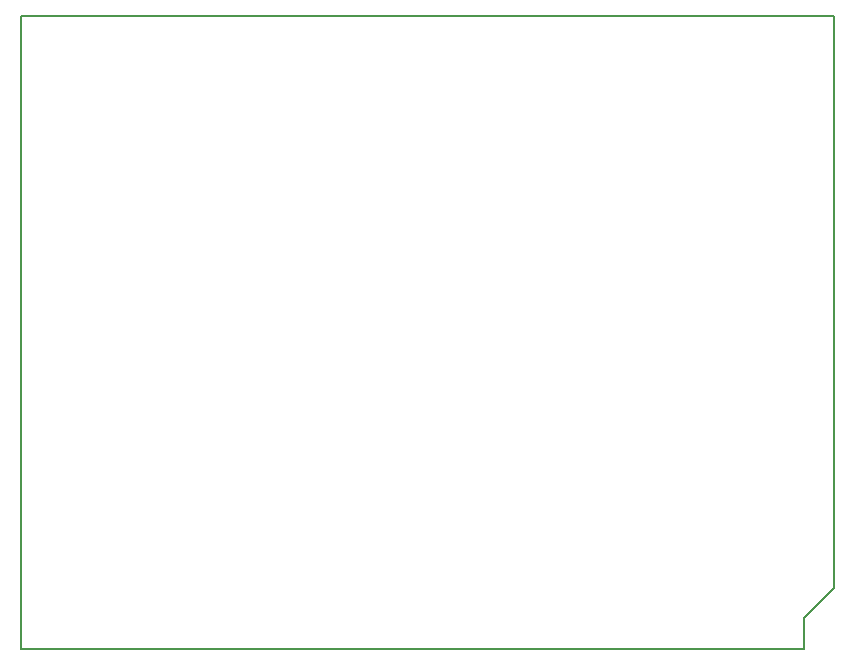
<source format=gm1>
G04 #@! TF.GenerationSoftware,KiCad,Pcbnew,(5.0.0)*
G04 #@! TF.CreationDate,2018-10-04T08:41:43-07:00*
G04 #@! TF.ProjectId,LoRaShield,4C6F5261536869656C642E6B69636164,rev?*
G04 #@! TF.SameCoordinates,PX69db1f0PY7882d48*
G04 #@! TF.FileFunction,Profile,NP*
%FSLAX46Y46*%
G04 Gerber Fmt 4.6, Leading zero omitted, Abs format (unit mm)*
G04 Created by KiCad (PCBNEW (5.0.0)) date 10/04/18 08:41:43*
%MOMM*%
%LPD*%
G01*
G04 APERTURE LIST*
%ADD10C,0.150000*%
G04 APERTURE END LIST*
D10*
X68610000Y5250000D02*
X68610000Y53650000D01*
X66060000Y2700000D02*
X68610000Y5250000D01*
X66060000Y50000D02*
X66060000Y2700000D01*
X-240000Y50000D02*
X66060000Y50000D01*
X-240000Y53650000D02*
X68610000Y53650000D01*
X-240000Y50000D02*
X-240000Y53650000D01*
M02*

</source>
